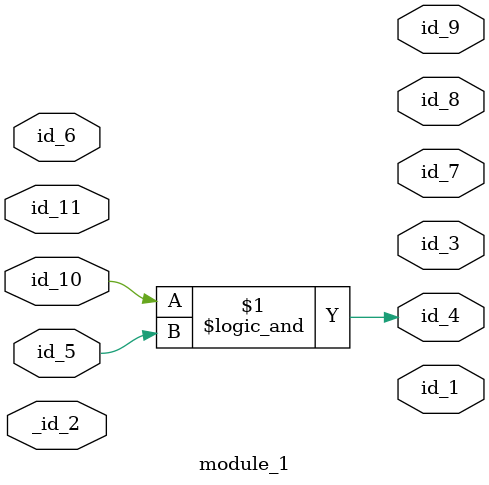
<source format=v>
module module_0 ();
  wire id_1;
endmodule
module module_1 #(
    parameter id_2 = 32'd78
) (
    id_1,
    _id_2,
    id_3,
    id_4,
    id_5,
    id_6,
    id_7,
    id_8,
    id_9,
    id_10,
    id_11
);
  inout wire id_11;
  input wire id_10;
  module_0 modCall_1 ();
  output wire id_9;
  output wire id_8;
  output wire id_7;
  input wire id_6;
  input wire id_5;
  output tri id_4;
  output wire id_3;
  inout wire _id_2;
  output wire id_1;
  assign id_4 = id_10 && id_5;
  wire [{  -1  ,  id_2  ,  -1  } : 1 'h0] id_12;
endmodule

</source>
